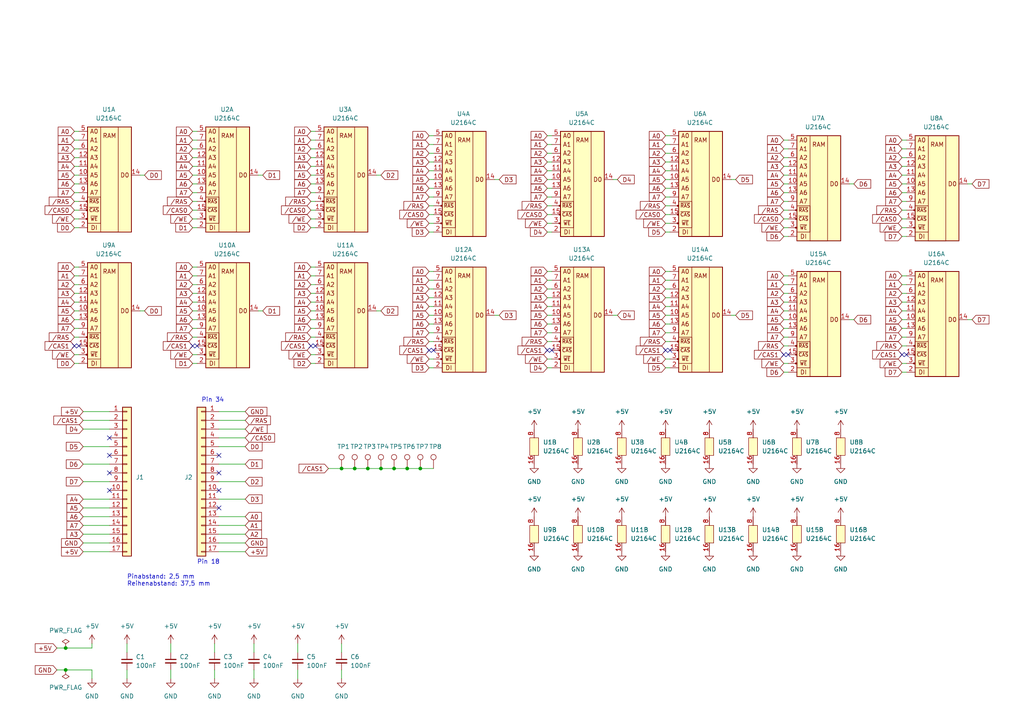
<source format=kicad_sch>
(kicad_sch (version 20230121) (generator eeschema)
  (paper "A4")
  (title_block (title "16M2164 Ersatzplatine, 16*U2164") (date "6.2.2024") (rev "1") (company "KC-Club") (comment 1 "boert"))
  (junction (at 114.3 135.89))
  (junction (at 102.87 135.89))
  (junction (at 110.49 135.89))
  (junction (at 106.68 135.89))
  (junction (at 19.05 187.96))
  (junction (at 121.92 135.89))
  (junction (at 118.11 135.89))
  (junction (at 99.06 135.89))
  (junction (at 19.05 194.31))
  (no_connect (at 63.5 142.24))
  (no_connect (at 22.86 100.33))
  (no_connect (at 63.5 137.16))
  (no_connect (at 125.73 101.6))
  (no_connect (at 55.88 100.33))
  (no_connect (at 227.33 102.87))
  (no_connect (at 158.75 101.6))
  (no_connect (at 193.04 101.6))
  (no_connect (at 160.02 101.6))
  (no_connect (at 124.46 101.6))
  (no_connect (at 57.15 100.33))
  (no_connect (at 91.44 100.33))
  (no_connect (at 31.75 127))
  (no_connect (at 31.75 137.16))
  (no_connect (at 63.5 132.08))
  (no_connect (at 63.5 147.32))
  (no_connect (at 90.17 100.33))
  (no_connect (at 31.75 142.24))
  (no_connect (at 261.62 102.87))
  (no_connect (at 21.59 100.33))
  (no_connect (at 194.31 101.6))
  (no_connect (at 262.89 102.87))
  (no_connect (at 228.6 102.87))
  (no_connect (at 31.75 132.08))
  (wire (pts (xy 158.75 44.45) (xy 160.02 44.45)))
  (wire (pts (xy 90.17 90.17) (xy 91.44 90.17)))
  (wire (pts (xy 21.59 48.26) (xy 22.86 48.26)))
  (wire (pts (xy 193.04 44.45) (xy 194.31 44.45)))
  (wire (pts (xy 99.06 186.69) (xy 99.06 189.23)))
  (wire (pts (xy 124.46 49.53) (xy 125.73 49.53)))
  (wire (pts (xy 73.66 194.31) (xy 73.66 196.85)))
  (wire (pts (xy 193.04 88.9) (xy 194.31 88.9)))
  (wire (pts (xy 177.8 52.07) (xy 179.07 52.07)))
  (wire (pts (xy 21.59 97.79) (xy 22.86 97.79)))
  (wire (pts (xy 62.23 194.31) (xy 62.23 196.85)))
  (wire (pts (xy 193.04 62.23) (xy 194.31 62.23)))
  (wire (pts (xy 158.75 93.98) (xy 160.02 93.98)))
  (wire (pts (xy 212.09 52.07) (xy 213.36 52.07)))
  (wire (pts (xy 40.64 90.17) (xy 41.91 90.17)))
  (wire (pts (xy 261.62 58.42) (xy 262.89 58.42)))
  (wire (pts (xy 124.46 78.74) (xy 125.73 78.74)))
  (wire (pts (xy 21.59 43.18) (xy 22.86 43.18)))
  (wire (pts (xy 95.25 135.89) (xy 99.06 135.89)))
  (wire (pts (xy 24.13 154.94) (xy 31.75 154.94)))
  (wire (pts (xy 55.88 48.26) (xy 57.15 48.26)))
  (wire (pts (xy 90.17 53.34) (xy 91.44 53.34)))
  (wire (pts (xy 55.88 63.5) (xy 57.15 63.5)))
  (wire (pts (xy 158.75 57.15) (xy 160.02 57.15)))
  (wire (pts (xy 261.62 63.5) (xy 262.89 63.5)))
  (wire (pts (xy 158.75 88.9) (xy 160.02 88.9)))
  (wire (pts (xy 24.13 124.46) (xy 31.75 124.46)))
  (wire (pts (xy 21.59 92.71) (xy 22.86 92.71)))
  (wire (pts (xy 63.5 124.46) (xy 71.12 124.46)))
  (wire (pts (xy 227.33 82.55) (xy 228.6 82.55)))
  (wire (pts (xy 24.13 134.62) (xy 31.75 134.62)))
  (wire (pts (xy 158.75 49.53) (xy 160.02 49.53)))
  (wire (pts (xy 24.13 121.92) (xy 31.75 121.92)))
  (wire (pts (xy 21.59 85.09) (xy 22.86 85.09)))
  (wire (pts (xy 227.33 107.95) (xy 228.6 107.95)))
  (wire (pts (xy 121.92 135.89) (xy 125.73 135.89)))
  (wire (pts (xy 63.5 134.62) (xy 71.12 134.62)))
  (wire (pts (xy 261.62 85.09) (xy 262.89 85.09)))
  (wire (pts (xy 90.17 85.09) (xy 91.44 85.09)))
  (wire (pts (xy 261.62 105.41) (xy 262.89 105.41)))
  (wire (pts (xy 124.46 81.28) (xy 125.73 81.28)))
  (wire (pts (xy 158.75 67.31) (xy 160.02 67.31)))
  (wire (pts (xy 55.88 53.34) (xy 57.15 53.34)))
  (wire (pts (xy 63.5 160.02) (xy 71.12 160.02)))
  (wire (pts (xy 21.59 55.88) (xy 22.86 55.88)))
  (wire (pts (xy 158.75 78.74) (xy 160.02 78.74)))
  (wire (pts (xy 193.04 91.44) (xy 194.31 91.44)))
  (wire (pts (xy 55.88 60.96) (xy 57.15 60.96)))
  (wire (pts (xy 193.04 81.28) (xy 194.31 81.28)))
  (wire (pts (xy 62.23 186.69) (xy 62.23 189.23)))
  (wire (pts (xy 124.46 93.98) (xy 125.73 93.98)))
  (wire (pts (xy 110.49 135.89) (xy 114.3 135.89)))
  (wire (pts (xy 124.46 59.69) (xy 125.73 59.69)))
  (wire (pts (xy 55.88 105.41) (xy 57.15 105.41)))
  (wire (pts (xy 158.75 104.14) (xy 160.02 104.14)))
  (wire (pts (xy 227.33 95.25) (xy 228.6 95.25)))
  (wire (pts (xy 193.04 46.99) (xy 194.31 46.99)))
  (wire (pts (xy 158.75 41.91) (xy 160.02 41.91)))
  (wire (pts (xy 143.51 91.44) (xy 144.78 91.44)))
  (wire (pts (xy 21.59 102.87) (xy 22.86 102.87)))
  (wire (pts (xy 261.62 100.33) (xy 262.89 100.33)))
  (wire (pts (xy 109.22 50.8) (xy 110.49 50.8)))
  (wire (pts (xy 63.5 157.48) (xy 71.12 157.48)))
  (wire (pts (xy 21.59 77.47) (xy 22.86 77.47)))
  (wire (pts (xy 55.88 80.01) (xy 57.15 80.01)))
  (wire (pts (xy 24.13 129.54) (xy 31.75 129.54)))
  (wire (pts (xy 55.88 82.55) (xy 57.15 82.55)))
  (wire (pts (xy 124.46 96.52) (xy 125.73 96.52)))
  (wire (pts (xy 90.17 43.18) (xy 91.44 43.18)))
  (wire (pts (xy 158.75 96.52) (xy 160.02 96.52)))
  (wire (pts (xy 99.06 135.89) (xy 102.87 135.89)))
  (wire (pts (xy 36.83 194.31) (xy 36.83 196.85)))
  (wire (pts (xy 86.36 186.69) (xy 86.36 189.23)))
  (wire (pts (xy 90.17 82.55) (xy 91.44 82.55)))
  (wire (pts (xy 124.46 99.06) (xy 125.73 99.06)))
  (wire (pts (xy 261.62 40.64) (xy 262.89 40.64)))
  (wire (pts (xy 158.75 54.61) (xy 160.02 54.61)))
  (wire (pts (xy 24.13 139.7) (xy 31.75 139.7)))
  (wire (pts (xy 193.04 39.37) (xy 194.31 39.37)))
  (wire (pts (xy 261.62 90.17) (xy 262.89 90.17)))
  (wire (pts (xy 21.59 40.64) (xy 22.86 40.64)))
  (wire (pts (xy 158.75 99.06) (xy 160.02 99.06)))
  (wire (pts (xy 63.5 119.38) (xy 71.12 119.38)))
  (wire (pts (xy 36.83 186.69) (xy 36.83 189.23)))
  (wire (pts (xy 227.33 63.5) (xy 228.6 63.5)))
  (wire (pts (xy 193.04 86.36) (xy 194.31 86.36)))
  (wire (pts (xy 261.62 82.55) (xy 262.89 82.55)))
  (wire (pts (xy 124.46 44.45) (xy 125.73 44.45)))
  (wire (pts (xy 106.68 135.89) (xy 110.49 135.89)))
  (wire (pts (xy 90.17 66.04) (xy 91.44 66.04)))
  (wire (pts (xy 109.22 90.17) (xy 110.49 90.17)))
  (wire (pts (xy 90.17 77.47) (xy 91.44 77.47)))
  (wire (pts (xy 193.04 54.61) (xy 194.31 54.61)))
  (wire (pts (xy 193.04 41.91) (xy 194.31 41.91)))
  (wire (pts (xy 227.33 60.96) (xy 228.6 60.96)))
  (wire (pts (xy 124.46 62.23) (xy 125.73 62.23)))
  (wire (pts (xy 177.8 91.44) (xy 179.07 91.44)))
  (wire (pts (xy 55.88 85.09) (xy 57.15 85.09)))
  (wire (pts (xy 227.33 90.17) (xy 228.6 90.17)))
  (wire (pts (xy 49.53 186.69) (xy 49.53 189.23)))
  (wire (pts (xy 90.17 38.1) (xy 91.44 38.1)))
  (wire (pts (xy 24.13 144.78) (xy 31.75 144.78)))
  (wire (pts (xy 227.33 68.58) (xy 228.6 68.58)))
  (wire (pts (xy 280.67 92.71) (xy 281.94 92.71)))
  (wire (pts (xy 19.05 187.96) (xy 26.67 187.96)))
  (wire (pts (xy 63.5 149.86) (xy 71.12 149.86)))
  (wire (pts (xy 261.62 45.72) (xy 262.89 45.72)))
  (wire (pts (xy 227.33 50.8) (xy 228.6 50.8)))
  (wire (pts (xy 63.5 129.54) (xy 71.12 129.54)))
  (wire (pts (xy 158.75 91.44) (xy 160.02 91.44)))
  (wire (pts (xy 193.04 83.82) (xy 194.31 83.82)))
  (wire (pts (xy 124.46 57.15) (xy 125.73 57.15)))
  (wire (pts (xy 24.13 157.48) (xy 31.75 157.48)))
  (wire (pts (xy 124.46 91.44) (xy 125.73 91.44)))
  (wire (pts (xy 193.04 57.15) (xy 194.31 57.15)))
  (wire (pts (xy 21.59 45.72) (xy 22.86 45.72)))
  (wire (pts (xy 63.5 152.4) (xy 71.12 152.4)))
  (wire (pts (xy 55.88 90.17) (xy 57.15 90.17)))
  (wire (pts (xy 227.33 48.26) (xy 228.6 48.26)))
  (wire (pts (xy 227.33 80.01) (xy 228.6 80.01)))
  (wire (pts (xy 227.33 87.63) (xy 228.6 87.63)))
  (wire (pts (xy 193.04 78.74) (xy 194.31 78.74)))
  (wire (pts (xy 26.67 194.31) (xy 26.67 196.85)))
  (wire (pts (xy 124.46 64.77) (xy 125.73 64.77)))
  (wire (pts (xy 16.51 187.96) (xy 19.05 187.96)))
  (wire (pts (xy 227.33 66.04) (xy 228.6 66.04)))
  (wire (pts (xy 63.5 139.7) (xy 71.12 139.7)))
  (wire (pts (xy 90.17 45.72) (xy 91.44 45.72)))
  (wire (pts (xy 74.93 90.17) (xy 76.2 90.17)))
  (wire (pts (xy 193.04 96.52) (xy 194.31 96.52)))
  (wire (pts (xy 99.06 194.31) (xy 99.06 196.85)))
  (wire (pts (xy 90.17 95.25) (xy 91.44 95.25)))
  (wire (pts (xy 90.17 87.63) (xy 91.44 87.63)))
  (wire (pts (xy 227.33 97.79) (xy 228.6 97.79)))
  (wire (pts (xy 55.88 77.47) (xy 57.15 77.47)))
  (wire (pts (xy 227.33 105.41) (xy 228.6 105.41)))
  (wire (pts (xy 227.33 43.18) (xy 228.6 43.18)))
  (wire (pts (xy 63.5 144.78) (xy 71.12 144.78)))
  (wire (pts (xy 124.46 41.91) (xy 125.73 41.91)))
  (wire (pts (xy 158.75 52.07) (xy 160.02 52.07)))
  (wire (pts (xy 124.46 104.14) (xy 125.73 104.14)))
  (wire (pts (xy 102.87 135.89) (xy 106.68 135.89)))
  (wire (pts (xy 193.04 106.68) (xy 194.31 106.68)))
  (wire (pts (xy 158.75 39.37) (xy 160.02 39.37)))
  (wire (pts (xy 227.33 85.09) (xy 228.6 85.09)))
  (wire (pts (xy 24.13 119.38) (xy 31.75 119.38)))
  (wire (pts (xy 158.75 106.68) (xy 160.02 106.68)))
  (wire (pts (xy 193.04 99.06) (xy 194.31 99.06)))
  (wire (pts (xy 246.38 92.71) (xy 247.65 92.71)))
  (wire (pts (xy 193.04 104.14) (xy 194.31 104.14)))
  (wire (pts (xy 158.75 86.36) (xy 160.02 86.36)))
  (wire (pts (xy 193.04 67.31) (xy 194.31 67.31)))
  (wire (pts (xy 63.5 127) (xy 71.12 127)))
  (wire (pts (xy 90.17 63.5) (xy 91.44 63.5)))
  (wire (pts (xy 261.62 53.34) (xy 262.89 53.34)))
  (wire (pts (xy 55.88 102.87) (xy 57.15 102.87)))
  (wire (pts (xy 19.05 194.31) (xy 26.67 194.31)))
  (wire (pts (xy 158.75 62.23) (xy 160.02 62.23)))
  (wire (pts (xy 261.62 68.58) (xy 262.89 68.58)))
  (wire (pts (xy 24.13 152.4) (xy 31.75 152.4)))
  (wire (pts (xy 55.88 50.8) (xy 57.15 50.8)))
  (wire (pts (xy 261.62 55.88) (xy 262.89 55.88)))
  (wire (pts (xy 21.59 58.42) (xy 22.86 58.42)))
  (wire (pts (xy 261.62 97.79) (xy 262.89 97.79)))
  (wire (pts (xy 227.33 45.72) (xy 228.6 45.72)))
  (wire (pts (xy 261.62 92.71) (xy 262.89 92.71)))
  (wire (pts (xy 227.33 58.42) (xy 228.6 58.42)))
  (wire (pts (xy 24.13 160.02) (xy 31.75 160.02)))
  (wire (pts (xy 193.04 64.77) (xy 194.31 64.77)))
  (wire (pts (xy 90.17 92.71) (xy 91.44 92.71)))
  (wire (pts (xy 227.33 40.64) (xy 228.6 40.64)))
  (wire (pts (xy 158.75 64.77) (xy 160.02 64.77)))
  (wire (pts (xy 261.62 95.25) (xy 262.89 95.25)))
  (wire (pts (xy 55.88 55.88) (xy 57.15 55.88)))
  (wire (pts (xy 73.66 186.69) (xy 73.66 189.23)))
  (wire (pts (xy 227.33 53.34) (xy 228.6 53.34)))
  (wire (pts (xy 21.59 95.25) (xy 22.86 95.25)))
  (wire (pts (xy 90.17 40.64) (xy 91.44 40.64)))
  (wire (pts (xy 280.67 53.34) (xy 281.94 53.34)))
  (wire (pts (xy 193.04 49.53) (xy 194.31 49.53)))
  (wire (pts (xy 21.59 38.1) (xy 22.86 38.1)))
  (wire (pts (xy 261.62 66.04) (xy 262.89 66.04)))
  (wire (pts (xy 227.33 100.33) (xy 228.6 100.33)))
  (wire (pts (xy 90.17 97.79) (xy 91.44 97.79)))
  (wire (pts (xy 124.46 83.82) (xy 125.73 83.82)))
  (wire (pts (xy 158.75 81.28) (xy 160.02 81.28)))
  (wire (pts (xy 193.04 93.98) (xy 194.31 93.98)))
  (wire (pts (xy 158.75 46.99) (xy 160.02 46.99)))
  (wire (pts (xy 193.04 52.07) (xy 194.31 52.07)))
  (wire (pts (xy 90.17 55.88) (xy 91.44 55.88)))
  (wire (pts (xy 227.33 55.88) (xy 228.6 55.88)))
  (wire (pts (xy 261.62 87.63) (xy 262.89 87.63)))
  (wire (pts (xy 124.46 54.61) (xy 125.73 54.61)))
  (wire (pts (xy 212.09 91.44) (xy 213.36 91.44)))
  (wire (pts (xy 21.59 63.5) (xy 22.86 63.5)))
  (wire (pts (xy 55.88 45.72) (xy 57.15 45.72)))
  (wire (pts (xy 55.88 95.25) (xy 57.15 95.25)))
  (wire (pts (xy 158.75 59.69) (xy 160.02 59.69)))
  (wire (pts (xy 24.13 149.86) (xy 31.75 149.86)))
  (wire (pts (xy 55.88 97.79) (xy 57.15 97.79)))
  (wire (pts (xy 21.59 87.63) (xy 22.86 87.63)))
  (wire (pts (xy 21.59 80.01) (xy 22.86 80.01)))
  (wire (pts (xy 124.46 39.37) (xy 125.73 39.37)))
  (wire (pts (xy 261.62 48.26) (xy 262.89 48.26)))
  (wire (pts (xy 40.64 50.8) (xy 41.91 50.8)))
  (wire (pts (xy 74.93 50.8) (xy 76.2 50.8)))
  (wire (pts (xy 63.5 121.92) (xy 71.12 121.92)))
  (wire (pts (xy 90.17 105.41) (xy 91.44 105.41)))
  (wire (pts (xy 26.67 187.96) (xy 26.67 186.69)))
  (wire (pts (xy 55.88 66.04) (xy 57.15 66.04)))
  (wire (pts (xy 124.46 46.99) (xy 125.73 46.99)))
  (wire (pts (xy 261.62 43.18) (xy 262.89 43.18)))
  (wire (pts (xy 261.62 80.01) (xy 262.89 80.01)))
  (wire (pts (xy 55.88 92.71) (xy 57.15 92.71)))
  (wire (pts (xy 90.17 102.87) (xy 91.44 102.87)))
  (wire (pts (xy 261.62 60.96) (xy 262.89 60.96)))
  (wire (pts (xy 90.17 48.26) (xy 91.44 48.26)))
  (wire (pts (xy 261.62 107.95) (xy 262.89 107.95)))
  (wire (pts (xy 55.88 38.1) (xy 57.15 38.1)))
  (wire (pts (xy 261.62 50.8) (xy 262.89 50.8)))
  (wire (pts (xy 124.46 52.07) (xy 125.73 52.07)))
  (wire (pts (xy 86.36 194.31) (xy 86.36 196.85)))
  (wire (pts (xy 49.53 194.31) (xy 49.53 196.85)))
  (wire (pts (xy 24.13 147.32) (xy 31.75 147.32)))
  (wire (pts (xy 124.46 106.68) (xy 125.73 106.68)))
  (wire (pts (xy 114.3 135.89) (xy 118.11 135.89)))
  (wire (pts (xy 21.59 50.8) (xy 22.86 50.8)))
  (wire (pts (xy 143.51 52.07) (xy 144.78 52.07)))
  (wire (pts (xy 90.17 50.8) (xy 91.44 50.8)))
  (wire (pts (xy 124.46 67.31) (xy 125.73 67.31)))
  (wire (pts (xy 55.88 58.42) (xy 57.15 58.42)))
  (wire (pts (xy 90.17 58.42) (xy 91.44 58.42)))
  (wire (pts (xy 21.59 53.34) (xy 22.86 53.34)))
  (wire (pts (xy 21.59 105.41) (xy 22.86 105.41)))
  (wire (pts (xy 16.51 194.31) (xy 19.05 194.31)))
  (wire (pts (xy 90.17 60.96) (xy 91.44 60.96)))
  (wire (pts (xy 193.04 59.69) (xy 194.31 59.69)))
  (wire (pts (xy 21.59 90.17) (xy 22.86 90.17)))
  (wire (pts (xy 124.46 86.36) (xy 125.73 86.36)))
  (wire (pts (xy 63.5 154.94) (xy 71.12 154.94)))
  (wire (pts (xy 90.17 80.01) (xy 91.44 80.01)))
  (wire (pts (xy 227.33 92.71) (xy 228.6 92.71)))
  (wire (pts (xy 124.46 88.9) (xy 125.73 88.9)))
  (wire (pts (xy 246.38 53.34) (xy 247.65 53.34)))
  (wire (pts (xy 55.88 87.63) (xy 57.15 87.63)))
  (wire (pts (xy 21.59 82.55) (xy 22.86 82.55)))
  (wire (pts (xy 21.59 60.96) (xy 22.86 60.96)))
  (wire (pts (xy 21.59 66.04) (xy 22.86 66.04)))
  (wire (pts (xy 55.88 43.18) (xy 57.15 43.18)))
  (wire (pts (xy 118.11 135.89) (xy 121.92 135.89)))
  (wire (pts (xy 158.75 83.82) (xy 160.02 83.82)))
  (wire (pts (xy 55.88 40.64) (xy 57.15 40.64)))
  (text "Pin 34" (at 58.42 116.84 0) (effects (font (size 1.27 1.27)) (justify left bottom)))
  (text "Pin 18" (at 57.15 163.83 0) (effects (font (size 1.27 1.27)) (justify left bottom)))
  (text "Pinabstand: 2,5 mm\nReihenabstand: 37,5 mm" (at 36.83 170.18 0) (effects (font (size 1.27 1.27)) (justify left bottom)))
  (global_label "A7" (shape input) (at 90.17 55.88 180) (property "Intersheetrefs" "${INTERSHEET_REFS}" (effects hide)))
  (global_label "A2" (shape input) (at 261.62 85.09 180) (property "Intersheetrefs" "${INTERSHEET_REFS}" (effects hide)))
  (global_label "A3" (shape input) (at 227.33 48.26 180) (property "Intersheetrefs" "${INTERSHEET_REFS}" (effects hide)))
  (global_label "A3" (shape input) (at 55.88 45.72 180) (property "Intersheetrefs" "${INTERSHEET_REFS}" (effects hide)))
  (global_label "A4" (shape input) (at 90.17 48.26 180) (property "Intersheetrefs" "${INTERSHEET_REFS}" (effects hide)))
  (global_label "{slash}CAS0" (shape input) (at 193.04 62.23 180) (property "Intersheetrefs" "${INTERSHEET_REFS}" (effects hide)))
  (global_label "A1" (shape input) (at 158.75 81.28 180) (property "Intersheetrefs" "${INTERSHEET_REFS}" (effects hide)))
  (global_label "D1" (shape input) (at 55.88 66.04 180) (property "Intersheetrefs" "${INTERSHEET_REFS}" (effects hide)))
  (global_label "A4" (shape input) (at 90.17 87.63 180) (property "Intersheetrefs" "${INTERSHEET_REFS}" (effects hide)))
  (global_label "A2" (shape input) (at 21.59 82.55 180) (property "Intersheetrefs" "${INTERSHEET_REFS}" (effects hide)))
  (global_label "A3" (shape input) (at 193.04 46.99 180) (property "Intersheetrefs" "${INTERSHEET_REFS}" (effects hide)))
  (global_label "A1" (shape input) (at 21.59 80.01 180) (property "Intersheetrefs" "${INTERSHEET_REFS}" (effects hide)))
  (global_label "A7" (shape input) (at 261.62 58.42 180) (property "Intersheetrefs" "${INTERSHEET_REFS}" (effects hide)))
  (global_label "{slash}WE" (shape input) (at 21.59 63.5 180) (property "Intersheetrefs" "${INTERSHEET_REFS}" (effects hide)))
  (global_label "A5" (shape input) (at 193.04 52.07 180) (property "Intersheetrefs" "${INTERSHEET_REFS}" (effects hide)))
  (global_label "A1" (shape input) (at 193.04 81.28 180) (property "Intersheetrefs" "${INTERSHEET_REFS}" (effects hide)))
  (global_label "A5" (shape input) (at 90.17 90.17 180) (property "Intersheetrefs" "${INTERSHEET_REFS}" (effects hide)))
  (global_label "{slash}CAS0" (shape input) (at 158.75 62.23 180) (property "Intersheetrefs" "${INTERSHEET_REFS}" (effects hide)))
  (global_label "A1" (shape input) (at 261.62 82.55 180) (property "Intersheetrefs" "${INTERSHEET_REFS}" (effects hide)))
  (global_label "A3" (shape input) (at 158.75 46.99 180) (property "Intersheetrefs" "${INTERSHEET_REFS}" (effects hide)))
  (global_label "{slash}WE" (shape input) (at 227.33 105.41 180) (property "Intersheetrefs" "${INTERSHEET_REFS}" (effects hide)))
  (global_label "{slash}RAS" (shape input) (at 261.62 60.96 180) (property "Intersheetrefs" "${INTERSHEET_REFS}" (effects hide)))
  (global_label "A2" (shape input) (at 158.75 44.45 180) (property "Intersheetrefs" "${INTERSHEET_REFS}" (effects hide)))
  (global_label "D3" (shape input) (at 71.12 144.78 0) (property "Intersheetrefs" "${INTERSHEET_REFS}" (effects hide)))
  (global_label "A1" (shape input) (at 55.88 80.01 180) (property "Intersheetrefs" "${INTERSHEET_REFS}" (effects hide)))
  (global_label "A4" (shape input) (at 124.46 49.53 180) (property "Intersheetrefs" "${INTERSHEET_REFS}" (effects hide)))
  (global_label "A3" (shape input) (at 124.46 46.99 180) (property "Intersheetrefs" "${INTERSHEET_REFS}" (effects hide)))
  (global_label "+5V" (shape input) (at 24.13 119.38 180) (property "Intersheetrefs" "${INTERSHEET_REFS}" (effects hide)))
  (global_label "{slash}WE" (shape input) (at 55.88 63.5 180) (property "Intersheetrefs" "${INTERSHEET_REFS}" (effects hide)))
  (global_label "A2" (shape input) (at 124.46 44.45 180) (property "Intersheetrefs" "${INTERSHEET_REFS}" (effects hide)))
  (global_label "{slash}RAS" (shape input) (at 193.04 59.69 180) (property "Intersheetrefs" "${INTERSHEET_REFS}" (effects hide)))
  (global_label "A5" (shape input) (at 55.88 50.8 180) (property "Intersheetrefs" "${INTERSHEET_REFS}" (effects hide)))
  (global_label "A3" (shape input) (at 90.17 85.09 180) (property "Intersheetrefs" "${INTERSHEET_REFS}" (effects hide)))
  (global_label "{slash}RAS" (shape input) (at 124.46 59.69 180) (property "Intersheetrefs" "${INTERSHEET_REFS}" (effects hide)))
  (global_label "{slash}CAS1" (shape input) (at 158.75 101.6 180) (property "Intersheetrefs" "${INTERSHEET_REFS}" (effects hide)))
  (global_label "D4" (shape input) (at 24.13 124.46 180) (property "Intersheetrefs" "${INTERSHEET_REFS}" (effects hide)))
  (global_label "A7" (shape input) (at 55.88 55.88 180) (property "Intersheetrefs" "${INTERSHEET_REFS}" (effects hide)))
  (global_label "{slash}WE" (shape input) (at 193.04 104.14 180) (property "Intersheetrefs" "${INTERSHEET_REFS}" (effects hide)))
  (global_label "{slash}WE" (shape input) (at 124.46 104.14 180) (property "Intersheetrefs" "${INTERSHEET_REFS}" (effects hide)))
  (global_label "D4" (shape input) (at 158.75 67.31 180) (property "Intersheetrefs" "${INTERSHEET_REFS}" (effects hide)))
  (global_label "{slash}WE" (shape input) (at 21.59 102.87 180) (property "Intersheetrefs" "${INTERSHEET_REFS}" (effects hide)))
  (global_label "{slash}WE" (shape input) (at 261.62 105.41 180) (property "Intersheetrefs" "${INTERSHEET_REFS}" (effects hide)))
  (global_label "A6" (shape input) (at 227.33 55.88 180) (property "Intersheetrefs" "${INTERSHEET_REFS}" (effects hide)))
  (global_label "A3" (shape input) (at 193.04 86.36 180) (property "Intersheetrefs" "${INTERSHEET_REFS}" (effects hide)))
  (global_label "A2" (shape input) (at 21.59 43.18 180) (property "Intersheetrefs" "${INTERSHEET_REFS}" (effects hide)))
  (global_label "A2" (shape input) (at 71.12 154.94 0) (property "Intersheetrefs" "${INTERSHEET_REFS}" (effects hide)))
  (global_label "A0" (shape input) (at 158.75 78.74 180) (property "Intersheetrefs" "${INTERSHEET_REFS}" (effects hide)))
  (global_label "A3" (shape input) (at 227.33 87.63 180) (property "Intersheetrefs" "${INTERSHEET_REFS}" (effects hide)))
  (global_label "{slash}RAS" (shape input) (at 193.04 99.06 180) (property "Intersheetrefs" "${INTERSHEET_REFS}" (effects hide)))
  (global_label "A3" (shape input) (at 21.59 85.09 180) (property "Intersheetrefs" "${INTERSHEET_REFS}" (effects hide)))
  (global_label "D2" (shape input) (at 90.17 66.04 180) (property "Intersheetrefs" "${INTERSHEET_REFS}" (effects hide)))
  (global_label "{slash}RAS" (shape input) (at 261.62 100.33 180) (property "Intersheetrefs" "${INTERSHEET_REFS}" (effects hide)))
  (global_label "{slash}CAS1" (shape input) (at 227.33 102.87 180) (property "Intersheetrefs" "${INTERSHEET_REFS}" (effects hide)))
  (global_label "GND" (shape input) (at 24.13 157.48 180) (property "Intersheetrefs" "${INTERSHEET_REFS}" (effects hide)))
  (global_label "{slash}RAS" (shape input) (at 71.12 121.92 0) (property "Intersheetrefs" "${INTERSHEET_REFS}" (effects hide)))
  (global_label "A0" (shape input) (at 158.75 39.37 180) (property "Intersheetrefs" "${INTERSHEET_REFS}" (effects hide)))
  (global_label "A5" (shape input) (at 24.13 147.32 180) (property "Intersheetrefs" "${INTERSHEET_REFS}" (effects hide)))
  (global_label "+5V" (shape input) (at 71.12 160.02 0) (property "Intersheetrefs" "${INTERSHEET_REFS}" (effects hide)))
  (global_label "A6" (shape input) (at 90.17 53.34 180) (property "Intersheetrefs" "${INTERSHEET_REFS}" (effects hide)))
  (global_label "A0" (shape input) (at 261.62 40.64 180) (property "Intersheetrefs" "${INTERSHEET_REFS}" (effects hide)))
  (global_label "{slash}RAS" (shape input) (at 158.75 59.69 180) (property "Intersheetrefs" "${INTERSHEET_REFS}" (effects hide)))
  (global_label "A1" (shape input) (at 158.75 41.91 180) (property "Intersheetrefs" "${INTERSHEET_REFS}" (effects hide)))
  (global_label "A5" (shape input) (at 227.33 53.34 180) (property "Intersheetrefs" "${INTERSHEET_REFS}" (effects hide)))
  (global_label "A0" (shape input) (at 21.59 77.47 180) (property "Intersheetrefs" "${INTERSHEET_REFS}" (effects hide)))
  (global_label "A4" (shape input) (at 227.33 90.17 180) (property "Intersheetrefs" "${INTERSHEET_REFS}" (effects hide)))
  (global_label "A7" (shape input) (at 158.75 57.15 180) (property "Intersheetrefs" "${INTERSHEET_REFS}" (effects hide)))
  (global_label "{slash}CAS1" (shape input) (at 95.25 135.89 180) (property "Intersheetrefs" "${INTERSHEET_REFS}" (effects hide)))
  (global_label "D6" (shape input) (at 227.33 107.95 180) (property "Intersheetrefs" "${INTERSHEET_REFS}" (effects hide)))
  (global_label "D7" (shape input) (at 281.94 92.71 0) (property "Intersheetrefs" "${INTERSHEET_REFS}" (effects hide)))
  (global_label "A7" (shape input) (at 24.13 152.4 180) (property "Intersheetrefs" "${INTERSHEET_REFS}" (effects hide)))
  (global_label "A6" (shape input) (at 261.62 55.88 180) (property "Intersheetrefs" "${INTERSHEET_REFS}" (effects hide)))
  (global_label "GND" (shape input) (at 71.12 157.48 0) (property "Intersheetrefs" "${INTERSHEET_REFS}" (effects hide)))
  (global_label "A4" (shape input) (at 55.88 87.63 180) (property "Intersheetrefs" "${INTERSHEET_REFS}" (effects hide)))
  (global_label "D7" (shape input) (at 24.13 139.7 180) (property "Intersheetrefs" "${INTERSHEET_REFS}" (effects hide)))
  (global_label "{slash}CAS0" (shape input) (at 55.88 60.96 180) (property "Intersheetrefs" "${INTERSHEET_REFS}" (effects hide)))
  (global_label "D3" (shape input) (at 124.46 106.68 180) (property "Intersheetrefs" "${INTERSHEET_REFS}" (effects hide)))
  (global_label "A7" (shape input) (at 124.46 57.15 180) (property "Intersheetrefs" "${INTERSHEET_REFS}" (effects hide)))
  (global_label "A3" (shape input) (at 21.59 45.72 180) (property "Intersheetrefs" "${INTERSHEET_REFS}" (effects hide)))
  (global_label "A5" (shape input) (at 158.75 52.07 180) (property "Intersheetrefs" "${INTERSHEET_REFS}" (effects hide)))
  (global_label "A4" (shape input) (at 261.62 50.8 180) (property "Intersheetrefs" "${INTERSHEET_REFS}" (effects hide)))
  (global_label "A3" (shape input) (at 24.13 154.94 180) (property "Intersheetrefs" "${INTERSHEET_REFS}" (effects hide)))
  (global_label "A3" (shape input) (at 55.88 85.09 180) (property "Intersheetrefs" "${INTERSHEET_REFS}" (effects hide)))
  (global_label "A7" (shape input) (at 227.33 97.79 180) (property "Intersheetrefs" "${INTERSHEET_REFS}" (effects hide)))
  (global_label "A5" (shape input) (at 124.46 52.07 180) (property "Intersheetrefs" "${INTERSHEET_REFS}" (effects hide)))
  (global_label "A5" (shape input) (at 124.46 91.44 180) (property "Intersheetrefs" "${INTERSHEET_REFS}" (effects hide)))
  (global_label "A2" (shape input) (at 90.17 82.55 180) (property "Intersheetrefs" "${INTERSHEET_REFS}" (effects hide)))
  (global_label "A7" (shape input) (at 21.59 55.88 180) (property "Intersheetrefs" "${INTERSHEET_REFS}" (effects hide)))
  (global_label "D7" (shape input) (at 261.62 68.58 180) (property "Intersheetrefs" "${INTERSHEET_REFS}" (effects hide)))
  (global_label "A2" (shape input) (at 227.33 45.72 180) (property "Intersheetrefs" "${INTERSHEET_REFS}" (effects hide)))
  (global_label "A5" (shape input) (at 193.04 91.44 180) (property "Intersheetrefs" "${INTERSHEET_REFS}" (effects hide)))
  (global_label "A2" (shape input) (at 193.04 44.45 180) (property "Intersheetrefs" "${INTERSHEET_REFS}" (effects hide)))
  (global_label "{slash}RAS" (shape input) (at 21.59 97.79 180) (property "Intersheetrefs" "${INTERSHEET_REFS}" (effects hide)))
  (global_label "A7" (shape input) (at 227.33 58.42 180) (property "Intersheetrefs" "${INTERSHEET_REFS}" (effects hide)))
  (global_label "{slash}RAS" (shape input) (at 124.46 99.06 180) (property "Intersheetrefs" "${INTERSHEET_REFS}" (effects hide)))
  (global_label "A1" (shape input) (at 55.88 40.64 180) (property "Intersheetrefs" "${INTERSHEET_REFS}" (effects hide)))
  (global_label "{slash}WE" (shape input) (at 227.33 66.04 180) (property "Intersheetrefs" "${INTERSHEET_REFS}" (effects hide)))
  (global_label "D4" (shape input) (at 179.07 91.44 0) (property "Intersheetrefs" "${INTERSHEET_REFS}" (effects hide)))
  (global_label "A1" (shape input) (at 90.17 40.64 180) (property "Intersheetrefs" "${INTERSHEET_REFS}" (effects hide)))
  (global_label "A6" (shape input) (at 193.04 93.98 180) (property "Intersheetrefs" "${INTERSHEET_REFS}" (effects hide)))
  (global_label "A2" (shape input) (at 193.04 83.82 180) (property "Intersheetrefs" "${INTERSHEET_REFS}" (effects hide)))
  (global_label "D5" (shape input) (at 193.04 106.68 180) (property "Intersheetrefs" "${INTERSHEET_REFS}" (effects hide)))
  (global_label "{slash}CAS1" (shape input) (at 55.88 100.33 180) (property "Intersheetrefs" "${INTERSHEET_REFS}" (effects hide)))
  (global_label "A3" (shape input) (at 261.62 87.63 180) (property "Intersheetrefs" "${INTERSHEET_REFS}" (effects hide)))
  (global_label "A4" (shape input) (at 158.75 88.9 180) (property "Intersheetrefs" "${INTERSHEET_REFS}" (effects hide)))
  (global_label "A4" (shape input) (at 55.88 48.26 180) (property "Intersheetrefs" "${INTERSHEET_REFS}" (effects hide)))
  (global_label "A1" (shape input) (at 90.17 80.01 180) (property "Intersheetrefs" "${INTERSHEET_REFS}" (effects hide)))
  (global_label "D5" (shape input) (at 213.36 91.44 0) (property "Intersheetrefs" "${INTERSHEET_REFS}" (effects hide)))
  (global_label "{slash}CAS0" (shape input) (at 21.59 60.96 180) (property "Intersheetrefs" "${INTERSHEET_REFS}" (effects hide)))
  (global_label "A0" (shape input) (at 124.46 39.37 180) (property "Intersheetrefs" "${INTERSHEET_REFS}" (effects hide)))
  (global_label "D6" (shape input) (at 247.65 53.34 0) (property "Intersheetrefs" "${INTERSHEET_REFS}" (effects hide)))
  (global_label "{slash}WE" (shape input) (at 55.88 102.87 180) (property "Intersheetrefs" "${INTERSHEET_REFS}" (effects hide)))
  (global_label "{slash}RAS" (shape input) (at 90.17 97.79 180) (property "Intersheetrefs" "${INTERSHEET_REFS}" (effects hide)))
  (global_label "A7" (shape input) (at 90.17 95.25 180) (property "Intersheetrefs" "${INTERSHEET_REFS}" (effects hide)))
  (global_label "{slash}WE" (shape input) (at 158.75 104.14 180) (property "Intersheetrefs" "${INTERSHEET_REFS}" (effects hide)))
  (global_label "A1" (shape input) (at 227.33 82.55 180) (property "Intersheetrefs" "${INTERSHEET_REFS}" (effects hide)))
  (global_label "{slash}CAS1" (shape input) (at 261.62 102.87 180) (property "Intersheetrefs" "${INTERSHEET_REFS}" (effects hide)))
  (global_label "D2" (shape input) (at 71.12 139.7 0) (property "Intersheetrefs" "${INTERSHEET_REFS}" (effects hide)))
  (global_label "{slash}WE" (shape input) (at 193.04 64.77 180) (property "Intersheetrefs" "${INTERSHEET_REFS}" (effects hide)))
  (global_label "D5" (shape input) (at 193.04 67.31 180) (property "Intersheetrefs" "${INTERSHEET_REFS}" (effects hide)))
  (global_label "A1" (shape input) (at 71.12 152.4 0) (property "Intersheetrefs" "${INTERSHEET_REFS}" (effects hide)))
  (global_label "A1" (shape input) (at 193.04 41.91 180) (property "Intersheetrefs" "${INTERSHEET_REFS}" (effects hide)))
  (global_label "D4" (shape input) (at 158.75 106.68 180) (property "Intersheetrefs" "${INTERSHEET_REFS}" (effects hide)))
  (global_label "GND" (shape input) (at 71.12 119.38 0) (property "Intersheetrefs" "${INTERSHEET_REFS}" (effects hide)))
  (global_label "D2" (shape input) (at 110.49 50.8 0) (property "Intersheetrefs" "${INTERSHEET_REFS}" (effects hide)))
  (global_label "{slash}CAS1" (shape input) (at 90.17 100.33 180) (property "Intersheetrefs" "${INTERSHEET_REFS}" (effects hide)))
  (global_label "D4" (shape input) (at 179.07 52.07 0) (property "Intersheetrefs" "${INTERSHEET_REFS}" (effects hide)))
  (global_label "D0" (shape input) (at 41.91 50.8 0) (property "Intersheetrefs" "${INTERSHEET_REFS}" (effects hide)))
  (global_label "D5" (shape input) (at 213.36 52.07 0) (property "Intersheetrefs" "${INTERSHEET_REFS}" (effects hide)))
  (global_label "{slash}CAS0" (shape input) (at 261.62 63.5 180) (property "Intersheetrefs" "${INTERSHEET_REFS}" (effects hide)))
  (global_label "{slash}WE" (shape input) (at 261.62 66.04 180) (property "Intersheetrefs" "${INTERSHEET_REFS}" (effects hide)))
  (global_label "{slash}CAS0" (shape input) (at 227.33 63.5 180) (property "Intersheetrefs" "${INTERSHEET_REFS}" (effects hide)))
  (global_label "A6" (shape input) (at 124.46 93.98 180) (property "Intersheetrefs" "${INTERSHEET_REFS}" (effects hide)))
  (global_label "A5" (shape input) (at 21.59 50.8 180) (property "Intersheetrefs" "${INTERSHEET_REFS}" (effects hide)))
  (global_label "A5" (shape input) (at 90.17 50.8 180) (property "Intersheetrefs" "${INTERSHEET_REFS}" (effects hide)))
  (global_label "D3" (shape input) (at 144.78 52.07 0) (property "Intersheetrefs" "${INTERSHEET_REFS}" (effects hide)))
  (global_label "A6" (shape input) (at 124.46 54.61 180) (property "Intersheetrefs" "${INTERSHEET_REFS}" (effects hide)))
  (global_label "A0" (shape input) (at 71.12 149.86 0) (property "Intersheetrefs" "${INTERSHEET_REFS}" (effects hide)))
  (global_label "A1" (shape input) (at 124.46 41.91 180) (property "Intersheetrefs" "${INTERSHEET_REFS}" (effects hide)))
  (global_label "A7" (shape input) (at 193.04 96.52 180) (property "Intersheetrefs" "${INTERSHEET_REFS}" (effects hide)))
  (global_label "{slash}CAS0" (shape input) (at 90.17 60.96 180) (property "Intersheetrefs" "${INTERSHEET_REFS}" (effects hide)))
  (global_label "D0" (shape input) (at 21.59 66.04 180) (property "Intersheetrefs" "${INTERSHEET_REFS}" (effects hide)))
  (global_label "A2" (shape input) (at 158.75 83.82 180) (property "Intersheetrefs" "${INTERSHEET_REFS}" (effects hide)))
  (global_label "A7" (shape input) (at 193.04 57.15 180) (property "Intersheetrefs" "${INTERSHEET_REFS}" (effects hide)))
  (global_label "A6" (shape input) (at 158.75 54.61 180) (property "Intersheetrefs" "${INTERSHEET_REFS}" (effects hide)))
  (global_label "A2" (shape input) (at 227.33 85.09 180) (property "Intersheetrefs" "${INTERSHEET_REFS}" (effects hide)))
  (global_label "{slash}WE" (shape input) (at 124.46 64.77 180) (property "Intersheetrefs" "${INTERSHEET_REFS}" (effects hide)))
  (global_label "A1" (shape input) (at 124.46 81.28 180) (property "Intersheetrefs" "${INTERSHEET_REFS}" (effects hide)))
  (global_label "+5V" (shape input) (at 16.51 187.96 180) (property "Intersheetrefs" "${INTERSHEET_REFS}" (effects hide)))
  (global_label "{slash}WE" (shape input) (at 71.12 124.46 0) (property "Intersheetrefs" "${INTERSHEET_REFS}" (effects hide)))
  (global_label "D5" (shape input) (at 24.13 129.54 180) (property "Intersheetrefs" "${INTERSHEET_REFS}" (effects hide)))
  (global_label "A0" (shape input) (at 21.59 38.1 180) (property "Intersheetrefs" "${INTERSHEET_REFS}" (effects hide)))
  (global_label "A5" (shape input) (at 55.88 90.17 180) (property "Intersheetrefs" "${INTERSHEET_REFS}" (effects hide)))
  (global_label "A4" (shape input) (at 24.13 144.78 180) (property "Intersheetrefs" "${INTERSHEET_REFS}" (effects hide)))
  (global_label "A0" (shape input) (at 261.62 80.01 180) (property "Intersheetrefs" "${INTERSHEET_REFS}" (effects hide)))
  (global_label "A4" (shape input) (at 261.62 90.17 180) (property "Intersheetrefs" "${INTERSHEET_REFS}" (effects hide)))
  (global_label "A5" (shape input) (at 261.62 53.34 180) (property "Intersheetrefs" "${INTERSHEET_REFS}" (effects hide)))
  (global_label "D3" (shape input) (at 144.78 91.44 0) (property "Intersheetrefs" "${INTERSHEET_REFS}" (effects hide)))
  (global_label "A3" (shape input) (at 158.75 86.36 180) (property "Intersheetrefs" "${INTERSHEET_REFS}" (effects hide)))
  (global_label "A7" (shape input) (at 55.88 95.25 180) (property "Intersheetrefs" "${INTERSHEET_REFS}" (effects hide)))
  (global_label "A4" (shape input) (at 21.59 48.26 180) (property "Intersheetrefs" "${INTERSHEET_REFS}" (effects hide)))
  (global_label "{slash}CAS0" (shape input) (at 124.46 62.23 180) (property "Intersheetrefs" "${INTERSHEET_REFS}" (effects hide)))
  (global_label "A6" (shape input) (at 90.17 92.71 180) (property "Intersheetrefs" "${INTERSHEET_REFS}" (effects hide)))
  (global_label "A4" (shape input) (at 227.33 50.8 180) (property "Intersheetrefs" "${INTERSHEET_REFS}" (effects hide)))
  (global_label "A6" (shape input) (at 158.75 93.98 180) (property "Intersheetrefs" "${INTERSHEET_REFS}" (effects hide)))
  (global_label "A4" (shape input) (at 193.04 88.9 180) (property "Intersheetrefs" "${INTERSHEET_REFS}" (effects hide)))
  (global_label "A6" (shape input) (at 21.59 92.71 180) (property "Intersheetrefs" "${INTERSHEET_REFS}" (effects hide)))
  (global_label "{slash}RAS" (shape input) (at 55.88 58.42 180) (property "Intersheetrefs" "${INTERSHEET_REFS}" (effects hide)))
  (global_label "D1" (shape input) (at 76.2 90.17 0) (property "Intersheetrefs" "${INTERSHEET_REFS}" (effects hide)))
  (global_label "A3" (shape input) (at 90.17 45.72 180) (property "Intersheetrefs" "${INTERSHEET_REFS}" (effects hide)))
  (global_label "A6" (shape input) (at 55.88 53.34 180) (property "Intersheetrefs" "${INTERSHEET_REFS}" (effects hide)))
  (global_label "D7" (shape input) (at 261.62 107.95 180) (property "Intersheetrefs" "${INTERSHEET_REFS}" (effects hide)))
  (global_label "D1" (shape input) (at 76.2 50.8 0) (property "Intersheetrefs" "${INTERSHEET_REFS}" (effects hide)))
  (global_label "A0" (shape input) (at 227.33 80.01 180) (property "Intersheetrefs" "${INTERSHEET_REFS}" (effects hide)))
  (global_label "GND" (shape input) (at 16.51 194.31 180) (property "Intersheetrefs" "${INTERSHEET_REFS}" (effects hide)))
  (global_label "+5V" (shape input) (at 24.13 160.02 180) (property "Intersheetrefs" "${INTERSHEET_REFS}" (effects hide)))
  (global_label "D2" (shape input) (at 90.17 105.41 180) (property "Intersheetrefs" "${INTERSHEET_REFS}" (effects hide)))
  (global_label "{slash}CAS1" (shape input) (at 24.13 121.92 180) (property "Intersheetrefs" "${INTERSHEET_REFS}" (effects hide)))
  (global_label "A6" (shape input) (at 261.62 95.25 180) (property "Intersheetrefs" "${INTERSHEET_REFS}" (effects hide)))
  (global_label "A6" (shape input) (at 227.33 95.25 180) (property "Intersheetrefs" "${INTERSHEET_REFS}" (effects hide)))
  (global_label "A7" (shape input) (at 124.46 96.52 180) (property "Intersheetrefs" "${INTERSHEET_REFS}" (effects hide)))
  (global_label "A1" (shape input) (at 21.59 40.64 180) (property "Intersheetrefs" "${INTERSHEET_REFS}" (effects hide)))
  (global_label "A1" (shape input) (at 261.62 43.18 180) (property "Intersheetrefs" "${INTERSHEET_REFS}" (effects hide)))
  (global_label "{slash}WE" (shape input) (at 90.17 102.87 180) (property "Intersheetrefs" "${INTERSHEET_REFS}" (effects hide)))
  (global_label "D0" (shape input) (at 41.91 90.17 0) (property "Intersheetrefs" "${INTERSHEET_REFS}" (effects hide)))
  (global_label "A4" (shape input) (at 124.46 88.9 180) (property "Intersheetrefs" "${INTERSHEET_REFS}" (effects hide)))
  (global_label "D6" (shape input) (at 24.13 134.62 180) (property "Intersheetrefs" "${INTERSHEET_REFS}" (effects hide)))
  (global_label "A0" (shape input) (at 124.46 78.74 180) (property "Intersheetrefs" "${INTERSHEET_REFS}" (effects hide)))
  (global_label "D2" (shape input) (at 110.49 90.17 0) (property "Intersheetrefs" "${INTERSHEET_REFS}" (effects hide)))
  (global_label "{slash}RAS" (shape input) (at 21.59 58.42 180) (property "Intersheetrefs" "${INTERSHEET_REFS}" (effects hide)))
  (global_label "A7" (shape input) (at 261.62 97.79 180) (property "Intersheetrefs" "${INTERSHEET_REFS}" (effects hide)))
  (global_label "A5" (shape input) (at 227.33 92.71 180) (property "Intersheetrefs" "${INTERSHEET_REFS}" (effects hide)))
  (global_label "D7" (shape input) (at 281.94 53.34 0) (property "Intersheetrefs" "${INTERSHEET_REFS}" (effects hide)))
  (global_label "D1" (shape input) (at 55.88 105.41 180) (property "Intersheetrefs" "${INTERSHEET_REFS}" (effects hide)))
  (global_label "D6" (shape input) (at 227.33 68.58 180) (property "Intersheetrefs" "${INTERSHEET_REFS}" (effects hide)))
  (global_label "A2" (shape input) (at 261.62 45.72 180) (property "Intersheetrefs" "${INTERSHEET_REFS}" (effects hide)))
  (global_label "A2" (shape input) (at 90.17 43.18 180) (property "Intersheetrefs" "${INTERSHEET_REFS}" (effects hide)))
  (global_label "D1" (shape input) (at 71.12 134.62 0) (property "Intersheetrefs" "${INTERSHEET_REFS}" (effects hide)))
  (global_label "A5" (shape input) (at 158.75 91.44 180) (property "Intersheetrefs" "${INTERSHEET_REFS}" (effects hide)))
  (global_label "D0" (shape input) (at 21.59 105.41 180) (property "Intersheetrefs" "${INTERSHEET_REFS}" (effects hide)))
  (global_label "{slash}CAS1" (shape input) (at 21.59 100.33 180) (property "Intersheetrefs" "${INTERSHEET_REFS}" (effects hide)))
  (global_label "A5" (shape input) (at 261.62 92.71 180) (property "Intersheetrefs" "${INTERSHEET_REFS}" (effects hide)))
  (global_label "{slash}RAS" (shape input) (at 158.75 99.06 180) (property "Intersheetrefs" "${INTERSHEET_REFS}" (effects hide)))
  (global_label "A3" (shape input) (at 124.46 86.36 180) (property "Intersheetrefs" "${INTERSHEET_REFS}" (effects hide)))
  (global_label "A0" (shape input) (at 90.17 77.47 180) (property "Intersheetrefs" "${INTERSHEET_REFS}" (effects hide)))
  (global_label "A7" (shape input) (at 158.75 96.52 180) (property "Intersheetrefs" "${INTERSHEET_REFS}" (effects hide)))
  (global_label "A5" (shape input) (at 21.59 90.17 180) (property "Intersheetrefs" "${INTERSHEET_REFS}" (effects hide)))
  (global_label "A6" (shape input) (at 24.13 149.86 180) (property "Intersheetrefs" "${INTERSHEET_REFS}" (effects hide)))
  (global_label "A0" (shape input) (at 55.88 38.1 180) (property "Intersheetrefs" "${INTERSHEET_REFS}" (effects hide)))
  (global_label "A4" (shape input) (at 21.59 87.63 180) (property "Intersheetrefs" "${INTERSHEET_REFS}" (effects hide)))
  (global_label "A2" (shape input) (at 55.88 82.55 180) (property "Intersheetrefs" "${INTERSHEET_REFS}" (effects hide)))
  (global_label "{slash}WE" (shape input) (at 158.75 64.77 180) (property "Intersheetrefs" "${INTERSHEET_REFS}" (effects hide)))
  (global_label "A3" (shape input) (at 261.62 48.26 180) (property "Intersheetrefs" "${INTERSHEET_REFS}" (effects hide)))
  (global_label "A1" (shape input) (at 227.33 43.18 180) (property "Intersheetrefs" "${INTERSHEET_REFS}" (effects hide)))
  (global_label "{slash}RAS" (shape input) (at 227.33 100.33 180) (property "Intersheetrefs" "${INTERSHEET_REFS}" (effects hide)))
  (global_label "{slash}CAS1" (shape input) (at 124.46 101.6 180) (property "Intersheetrefs" "${INTERSHEET_REFS}" (effects hide)))
  (global_label "A0" (shape input) (at 55.88 77.47 180) (property "Intersheetrefs" "${INTERSHEET_REFS}" (effects hide)))
  (global_label "A4" (shape input) (at 158.75 49.53 180) (property "Intersheetrefs" "${INTERSHEET_REFS}" (effects hide)))
  (global_label "A4" (shape input) (at 193.04 49.53 180) (property "Intersheetrefs" "${INTERSHEET_REFS}" (effects hide)))
  (global_label "D6" (shape input) (at 247.65 92.71 0) (property "Intersheetrefs" "${INTERSHEET_REFS}" (effects hide)))
  (global_label "A0" (shape input) (at 90.17 38.1 180) (property "Intersheetrefs" "${INTERSHEET_REFS}" (effects hide)))
  (global_label "A6" (shape input) (at 21.59 53.34 180) (property "Intersheetrefs" "${INTERSHEET_REFS}" (effects hide)))
  (global_label "A6" (shape input) (at 193.04 54.61 180) (property "Intersheetrefs" "${INTERSHEET_REFS}" (effects hide)))
  (global_label "A0" (shape input) (at 193.04 78.74 180) (property "Intersheetrefs" "${INTERSHEET_REFS}" (effects hide)))
  (global_label "{slash}CAS1" (shape input) (at 193.04 101.6 180) (property "Intersheetrefs" "${INTERSHEET_REFS}" (effects hide)))
  (global_label "A0" (shape input) (at 227.33 40.64 180) (property "Intersheetrefs" "${INTERSHEET_REFS}" (effects hide)))
  (global_label "A0" (shape input) (at 193.04 39.37 180) (property "Intersheetrefs" "${INTERSHEET_REFS}" (effects hide)))
  (global_label "{slash}RAS" (shape input) (at 55.88 97.79 180) (property "Intersheetrefs" "${INTERSHEET_REFS}" (effects hide)))
  (global_label "{slash}CAS0" (shape input) (at 71.12 127 0) (property "Intersheetrefs" "${INTERSHEET_REFS}" (effects hide)))
  (global_label "D0" (shape input) (at 71.12 129.54 0) (property "Intersheetrefs" "${INTERSHEET_REFS}" (effects hide)))
  (global_label "{slash}RAS" (shape input) (at 227.33 60.96 180) (property "Intersheetrefs" "${INTERSHEET_REFS}" (effects hide)))
  (global_label "A2" (shape input) (at 124.46 83.82 180) (property "Intersheetrefs" "${INTERSHEET_REFS}" (effects hide)))
  (global_label "A6" (shape input) (at 55.88 92.71 180) (property "Intersheetrefs" "${INTERSHEET_REFS}" (effects hide)))
  (global_label "D3" (shape input) (at 124.46 67.31 180) (property "Intersheetrefs" "${INTERSHEET_REFS}" (effects hide)))
  (global_label "A7" (shape input) (at 21.59 95.25 180) (property "Intersheetrefs" "${INTERSHEET_REFS}" (effects hide)))
  (global_label "{slash}WE" (shape input) (at 90.17 63.5 180) (property "Intersheetrefs" "${INTERSHEET_REFS}" (effects hide)))
  (global_label "{slash}RAS" (shape input) (at 90.17 58.42 180) (property "Intersheetrefs" "${INTERSHEET_REFS}" (effects hide)))
  (global_label "A2" (shape input) (at 55.88 43.18 180) (property "Intersheetrefs" "${INTERSHEET_REFS}" (effects hide)))
  (symbol (lib_id "RFT_Digitalschaltkreise:U2164C") (at 243.84 154.94 0) (unit 2)
    (property "Reference" "U16" (at 246.38 153.67 0) (effects (justify left)))
    (property "Value" "U2164C" (at 246.38 156.21 0) (effects (justify left)))
    (property "Footprint" "Package_DIP:DIP-16_W7.62mm_LongPads" (effects hide))
  )
  (symbol (lib_id "RFT_Digitalschaltkreise:U2164C") (at 231.14 154.94 0) (unit 2)
    (property "Reference" "U15" (at 233.68 153.67 0) (effects (justify left)))
    (property "Value" "U2164C" (at 233.68 156.21 0) (effects (justify left)))
    (property "Footprint" "Package_DIP:DIP-16_W7.62mm_LongPads" (effects hide))
  )
  (symbol (lib_id "Connector_Generic:Conn_01x17") (at 36.83 139.7 0) (unit 1)
    (property "Reference" "J1" (at 39.37 138.43 0) (effects (justify left)))
    (property "Value" "Conn_01x17" (effects hide))
    (property "Footprint" "Connector_PinHeader_2.54mm:PinHeader_1x17_P2.54mm_Vertical" (effects hide))
  )
  (symbol (lib_id "power:+5V") (at 180.34 149.86 0) (unit 1)
    (property "Reference" "#PWR031" (effects hide))
    (property "Value" "+5V" (at 180.34 144.78 0))
  )
  (symbol (lib_id "power:GND") (at 205.74 160.02 0) (unit 1)
    (property "Reference" "#PWR036" (effects hide))
    (property "Value" "GND" (at 205.74 165.1 0))
  )
  (symbol (lib_id "power:GND") (at 73.66 196.85 0) (unit 1)
    (property "Reference" "#PWR07" (effects hide))
    (property "Value" "GND" (at 73.66 201.93 0))
  )
  (symbol (lib_id "Connector_Generic:Conn_01x17") (at 58.42 139.7 0) (mirror y) (unit 1)
    (property "Reference" "J2" (at 55.88 138.43 0) (effects (justify left)))
    (property "Value" "Conn_01x17" (effects hide))
    (property "Footprint" "Connector_PinHeader_2.54mm:PinHeader_1x17_P2.54mm_Vertical" (effects hide))
  )
  (symbol (lib_id "RFT_Digitalschaltkreise:U2164C") (at 237.49 54.61 0) (unit 1)
    (property "Reference" "U7" (at 237.2995 34.29 0))
    (property "Value" "U2164C" (at 237.2995 36.83 0))
    (property "Footprint" "Package_DIP:DIP-16_W7.62mm_LongPads" (effects hide))
  )
  (symbol (lib_id "power:+5V") (at 193.04 124.46 0) (unit 1)
    (property "Reference" "#PWR017" (effects hide))
    (property "Value" "+5V" (at 193.04 119.38 0))
  )
  (symbol (lib_id "power:GND") (at 167.64 134.62 0) (unit 1)
    (property "Reference" "#PWR02" (effects hide))
    (property "Value" "GND" (at 167.64 139.7 0))
  )
  (symbol (lib_id "power:+5V") (at 26.67 186.69 0) (unit 1)
    (property "Reference" "#PWR015" (effects hide))
    (property "Value" "+5V" (at 26.67 181.61 0))
  )
  (symbol (lib_id "power:GND") (at 193.04 160.02 0) (unit 1)
    (property "Reference" "#PWR034" (effects hide))
    (property "Value" "GND" (at 193.04 165.1 0))
  )
  (symbol (lib_id "power:GND") (at 193.04 134.62 0) (unit 1)
    (property "Reference" "#PWR018" (effects hide))
    (property "Value" "GND" (at 193.04 139.7 0))
  )
  (symbol (lib_id "RFT_Digitalschaltkreise:U2164C") (at 134.62 53.34 0) (unit 1)
    (property "Reference" "U4" (at 134.4295 33.02 0))
    (property "Value" "U2164C" (at 134.4295 35.56 0))
    (property "Footprint" "Package_DIP:DIP-16_W7.62mm_LongPads" (effects hide))
  )
  (symbol (lib_id "power:+5V") (at 167.64 149.86 0) (unit 1)
    (property "Reference" "#PWR029" (effects hide))
    (property "Value" "+5V" (at 167.64 144.78 0))
  )
  (symbol (lib_id "power:PWR_FLAG") (at 19.05 187.96 0) (unit 1)
    (property "Reference" "#FLG01" (effects hide))
    (property "Value" "PWR_FLAG" (at 19.05 182.88 0))
  )
  (symbol (lib_id "RFT_Digitalschaltkreise:U2164C") (at 168.91 92.71 0) (unit 1)
    (property "Reference" "U13" (at 168.7195 72.39 0))
    (property "Value" "U2164C" (at 168.7195 74.93 0))
    (property "Footprint" "Package_DIP:DIP-16_W7.62mm_LongPads" (effects hide))
  )
  (symbol (lib_id "RFT_Digitalschaltkreise:U2164C") (at 66.04 52.07 0) (unit 1)
    (property "Reference" "U2" (at 65.8495 31.75 0))
    (property "Value" "U2164C" (at 65.8495 34.29 0))
    (property "Footprint" "Package_DIP:DIP-16_W7.62mm_LongPads" (effects hide))
  )
  (symbol (lib_id "Device:C_Small") (at 86.36 191.77 0) (unit 1)
    (property "Reference" "C5" (at 88.9 190.5063 0) (effects (justify left)))
    (property "Value" "100nF" (at 88.9 193.0463 0) (effects (justify left)))
    (property "Footprint" "Capacitor_SMD:C_1206_3216Metric_Pad1.33x1.80mm_HandSolder" (effects hide))
  )
  (symbol (lib_id "power:GND") (at 99.06 196.85 0) (unit 1)
    (property "Reference" "#PWR046" (effects hide))
    (property "Value" "GND" (at 99.06 201.93 0))
  )
  (symbol (lib_id "power:+5V") (at 231.14 149.86 0) (unit 1)
    (property "Reference" "#PWR039" (effects hide))
    (property "Value" "+5V" (at 231.14 144.78 0))
  )
  (symbol (lib_id "power:GND") (at 243.84 160.02 0) (unit 1)
    (property "Reference" "#PWR042" (effects hide))
    (property "Value" "GND" (at 243.84 165.1 0))
  )
  (symbol (lib_id "RFT_Digitalschaltkreise:U2164C") (at 205.74 129.54 0) (unit 2)
    (property "Reference" "U5" (at 208.28 128.27 0) (effects (justify left)))
    (property "Value" "U2164C" (at 208.28 130.81 0) (effects (justify left)))
    (property "Footprint" "Package_DIP:DIP-16_W7.62mm_LongPads" (effects hide))
  )
  (symbol (lib_id "RFT_Digitalschaltkreise:U2164C") (at 180.34 154.94 0) (unit 2)
    (property "Reference" "U11" (at 182.88 153.67 0) (effects (justify left)))
    (property "Value" "U2164C" (at 182.88 156.21 0) (effects (justify left)))
    (property "Footprint" "Package_DIP:DIP-16_W7.62mm_LongPads" (effects hide))
  )
  (symbol (lib_id "power:GND") (at 26.67 196.85 0) (unit 1)
    (property "Reference" "#PWR016" (effects hide))
    (property "Value" "GND" (at 26.67 201.93 0))
  )
  (symbol (lib_id "power:GND") (at 62.23 196.85 0) (unit 1)
    (property "Reference" "#PWR014" (effects hide))
    (property "Value" "GND" (at 62.23 201.93 0))
  )
  (symbol (lib_id "Device:C_Small") (at 73.66 191.77 0) (unit 1)
    (property "Reference" "C4" (at 76.2 190.5063 0) (effects (justify left)))
    (property "Value" "100nF" (at 76.2 193.0463 0) (effects (justify left)))
    (property "Footprint" "Capacitor_SMD:C_1206_3216Metric_Pad1.33x1.80mm_HandSolder" (effects hide))
  )
  (symbol (lib_id "power:+5V") (at 243.84 124.46 0) (unit 1)
    (property "Reference" "#PWR025" (effects hide))
    (property "Value" "+5V" (at 243.84 119.38 0))
  )
  (symbol (lib_id "power:GND") (at 36.83 196.85 0) (unit 1)
    (property "Reference" "#PWR09" (effects hide))
    (property "Value" "GND" (at 36.83 201.93 0))
  )
  (symbol (lib_id "Device:C_Small") (at 36.83 191.77 0) (unit 1)
    (property "Reference" "C1" (at 39.37 190.5063 0) (effects (justify left)))
    (property "Value" "100nF" (at 39.37 193.0463 0) (effects (justify left)))
    (property "Footprint" "Capacitor_SMD:C_1206_3216Metric_Pad1.33x1.80mm_HandSolder" (effects hide))
  )
  (symbol (lib_id "RFT_Digitalschaltkreise:U2164C") (at 218.44 129.54 0) (unit 2)
    (property "Reference" "U6" (at 220.98 128.27 0) (effects (justify left)))
    (property "Value" "U2164C" (at 220.98 130.81 0) (effects (justify left)))
    (property "Footprint" "Package_DIP:DIP-16_W7.62mm_LongPads" (effects hide))
  )
  (symbol (lib_id "power:GND") (at 180.34 134.62 0) (unit 1)
    (property "Reference" "#PWR06" (effects hide))
    (property "Value" "GND" (at 180.34 139.7 0))
  )
  (symbol (lib_id "power:+5V") (at 62.23 186.69 0) (unit 1)
    (property "Reference" "#PWR013" (effects hide))
    (property "Value" "+5V" (at 62.23 181.61 0))
  )
  (symbol (lib_id "RFT_Digitalschaltkreise:U2164C") (at 218.44 154.94 0) (unit 2)
    (property "Reference" "U14" (at 220.98 153.67 0) (effects (justify left)))
    (property "Value" "U2164C" (at 220.98 156.21 0) (effects (justify left)))
    (property "Footprint" "Package_DIP:DIP-16_W7.62mm_LongPads" (effects hide))
  )
  (symbol (lib_id "power:GND") (at 218.44 160.02 0) (unit 1)
    (property "Reference" "#PWR038" (effects hide))
    (property "Value" "GND" (at 218.44 165.1 0))
  )
  (symbol (lib_id "Device:C_Small") (at 99.06 191.77 0) (unit 1)
    (property "Reference" "C6" (at 101.6 190.5063 0) (effects (justify left)))
    (property "Value" "100nF" (at 101.6 193.0463 0) (effects (justify left)))
    (property "Footprint" "Capacitor_SMD:C_1206_3216Metric_Pad1.33x1.80mm_HandSolder" (effects hide))
  )
  (symbol (lib_id "power:+5V") (at 154.94 124.46 0) (unit 1)
    (property "Reference" "#PWR08" (effects hide))
    (property "Value" "+5V" (at 154.94 119.38 0))
  )
  (symbol (lib_id "power:+5V") (at 36.83 186.69 0) (unit 1)
    (property "Reference" "#PWR010" (effects hide))
    (property "Value" "+5V" (at 36.83 181.61 0))
  )
  (symbol (lib_id "power:+5V") (at 86.36 186.69 0) (unit 1)
    (property "Reference" "#PWR043" (effects hide))
    (property "Value" "+5V" (at 86.36 181.61 0))
  )
  (symbol (lib_id "power:+5V") (at 218.44 149.86 0) (unit 1)
    (property "Reference" "#PWR037" (effects hide))
    (property "Value" "+5V" (at 218.44 144.78 0))
  )
  (symbol (lib_id "power:+5V") (at 218.44 124.46 0) (unit 1)
    (property "Reference" "#PWR021" (effects hide))
    (property "Value" "+5V" (at 218.44 119.38 0))
  )
  (symbol (lib_id "power:+5V") (at 99.06 186.69 0) (unit 1)
    (property "Reference" "#PWR045" (effects hide))
    (property "Value" "+5V" (at 99.06 181.61 0))
  )
  (symbol (lib_id "RFT_Digitalschaltkreise:U2164C") (at 271.78 54.61 0) (unit 1)
    (property "Reference" "U8" (at 271.5895 34.29 0))
    (property "Value" "U2164C" (at 271.5895 36.83 0))
    (property "Footprint" "Package_DIP:DIP-16_W7.62mm_LongPads" (effects hide))
  )
  (symbol (lib_id "RFT_Digitalschaltkreise:U2164C") (at 134.62 92.71 0) (unit 1)
    (property "Reference" "U12" (at 134.4295 72.39 0))
    (property "Value" "U2164C" (at 134.4295 74.93 0))
    (property "Footprint" "Package_DIP:DIP-16_W7.62mm_LongPads" (effects hide))
  )
  (symbol (lib_id "power:+5V") (at 243.84 149.86 0) (unit 1)
    (property "Reference" "#PWR041" (effects hide))
    (property "Value" "+5V" (at 243.84 144.78 0))
  )
  (symbol (lib_id "RFT_Digitalschaltkreise:U2164C") (at 271.78 93.98 0) (unit 1)
    (property "Reference" "U16" (at 271.5895 73.66 0))
    (property "Value" "U2164C" (at 271.5895 76.2 0))
    (property "Footprint" "Package_DIP:DIP-16_W7.62mm_LongPads" (effects hide))
  )
  (symbol (lib_id "Connector:TestPoint") (at 114.3 135.89 0) (unit 1)
    (property "Reference" "TP5" (at 113.03 129.54 0) (effects (justify left)))
    (property "Value" "TestPoint" (effects hide))
    (property "Footprint" "TestPoint:TestPoint_Loop_D1.80mm_Drill1.0mm_Beaded" (effects hide))
  )
  (symbol (lib_id "Connector:TestPoint") (at 106.68 135.89 0) (unit 1)
    (property "Reference" "TP3" (at 105.41 129.54 0) (effects (justify left)))
    (property "Value" "TestPoint" (effects hide))
    (property "Footprint" "TestPoint:TestPoint_Loop_D1.80mm_Drill1.0mm_Beaded" (effects hide))
  )
  (symbol (lib_id "power:GND") (at 231.14 160.02 0) (unit 1)
    (property "Reference" "#PWR040" (effects hide))
    (property "Value" "GND" (at 231.14 165.1 0))
  )
  (symbol (lib_id "power:GND") (at 167.64 160.02 0) (unit 1)
    (property "Reference" "#PWR030" (effects hide))
    (property "Value" "GND" (at 167.64 165.1 0))
  )
  (symbol (lib_id "RFT_Digitalschaltkreise:U2164C") (at 100.33 91.44 0) (unit 1)
    (property "Reference" "U11" (at 100.1395 71.12 0))
    (property "Value" "U2164C" (at 100.1395 73.66 0))
    (property "Footprint" "Package_DIP:DIP-16_W7.62mm_LongPads" (effects hide))
  )
  (symbol (lib_id "RFT_Digitalschaltkreise:U2164C") (at 66.04 91.44 0) (unit 1)
    (property "Reference" "U10" (at 65.8495 71.12 0))
    (property "Value" "U2164C" (at 65.8495 73.66 0))
    (property "Footprint" "Package_DIP:DIP-16_W7.62mm_LongPads" (effects hide))
  )
  (symbol (lib_id "RFT_Digitalschaltkreise:U2164C") (at 193.04 129.54 0) (unit 2)
    (property "Reference" "U4" (at 195.58 128.27 0) (effects (justify left)))
    (property "Value" "U2164C" (at 195.58 130.81 0) (effects (justify left)))
    (property "Footprint" "Package_DIP:DIP-16_W7.62mm_LongPads" (effects hide))
  )
  (symbol (lib_id "RFT_Digitalschaltkreise:U2164C") (at 100.33 52.07 0) (unit 1)
    (property "Reference" "U3" (at 100.1395 31.75 0))
    (property "Value" "U2164C" (at 100.1395 34.29 0))
    (property "Footprint" "Package_DIP:DIP-16_W7.62mm_LongPads" (effects hide))
  )
  (symbol (lib_id "power:+5V") (at 205.74 149.86 0) (unit 1)
    (property "Reference" "#PWR035" (effects hide))
    (property "Value" "+5V" (at 205.74 144.78 0))
  )
  (symbol (lib_id "Connector:TestPoint") (at 99.06 135.89 0) (unit 1)
    (property "Reference" "TP1" (at 97.79 129.54 0) (effects (justify left)))
    (property "Value" "TestPoint" (effects hide))
    (property "Footprint" "TestPoint:TestPoint_Loop_D1.80mm_Drill1.0mm_Beaded" (effects hide))
  )
  (symbol (lib_id "RFT_Digitalschaltkreise:U2164C") (at 203.2 92.71 0) (unit 1)
    (property "Reference" "U14" (at 203.0095 72.39 0))
    (property "Value" "U2164C" (at 203.0095 74.93 0))
    (property "Footprint" "Package_DIP:DIP-16_W7.62mm_LongPads" (effects hide))
  )
  (symbol (lib_id "power:GND") (at 86.36 196.85 0) (unit 1)
    (property "Reference" "#PWR044" (effects hide))
    (property "Value" "GND" (at 86.36 201.93 0))
  )
  (symbol (lib_id "power:+5V") (at 193.04 149.86 0) (unit 1)
    (property "Reference" "#PWR033" (effects hide))
    (property "Value" "+5V" (at 193.04 144.78 0))
  )
  (symbol (lib_id "power:+5V") (at 167.64 124.46 0) (unit 1)
    (property "Reference" "#PWR01" (effects hide))
    (property "Value" "+5V" (at 167.64 119.38 0))
  )
  (symbol (lib_id "power:GND") (at 218.44 134.62 0) (unit 1)
    (property "Reference" "#PWR022" (effects hide))
    (property "Value" "GND" (at 218.44 139.7 0))
  )
  (symbol (lib_id "power:GND") (at 154.94 134.62 0) (unit 1)
    (property "Reference" "#PWR04" (effects hide))
    (property "Value" "GND" (at 154.94 139.7 0))
  )
  (symbol (lib_id "RFT_Digitalschaltkreise:U2164C") (at 154.94 129.54 0) (unit 2)
    (property "Reference" "U1" (at 157.48 128.27 0) (effects (justify left)))
    (property "Value" "U2164C" (at 157.48 130.81 0) (effects (justify left)))
    (property "Footprint" "Package_DIP:DIP-16_W7.62mm_LongPads" (effects hide))
  )
  (symbol (lib_id "power:GND") (at 243.84 134.62 0) (unit 1)
    (property "Reference" "#PWR026" (effects hide))
    (property "Value" "GND" (at 243.84 139.7 0))
  )
  (symbol (lib_id "Device:C_Small") (at 62.23 191.77 0) (unit 1)
    (property "Reference" "C3" (at 64.77 190.5063 0) (effects (justify left)))
    (property "Value" "100nF" (at 64.77 193.0463 0) (effects (justify left)))
    (property "Footprint" "Capacitor_SMD:C_1206_3216Metric_Pad1.33x1.80mm_HandSolder" (effects hide))
  )
  (symbol (lib_id "RFT_Digitalschaltkreise:U2164C") (at 243.84 129.54 0) (unit 2)
    (property "Reference" "U8" (at 246.38 128.27 0) (effects (justify left)))
    (property "Value" "U2164C" (at 246.38 130.81 0) (effects (justify left)))
    (property "Footprint" "Package_DIP:DIP-16_W7.62mm_LongPads" (effects hide))
  )
  (symbol (lib_id "RFT_Digitalschaltkreise:U2164C") (at 167.64 154.94 0) (unit 2)
    (property "Reference" "U10" (at 170.18 153.67 0) (effects (justify left)))
    (property "Value" "U2164C" (at 170.18 156.21 0) (effects (justify left)))
    (property "Footprint" "Package_DIP:DIP-16_W7.62mm_LongPads" (effects hide))
  )
  (symbol (lib_id "power:+5V") (at 231.14 124.46 0) (unit 1)
    (property "Reference" "#PWR023" (effects hide))
    (property "Value" "+5V" (at 231.14 119.38 0))
  )
  (symbol (lib_id "power:+5V") (at 49.53 186.69 0) (unit 1)
    (property "Reference" "#PWR011" (effects hide))
    (property "Value" "+5V" (at 49.53 181.61 0))
  )
  (symbol (lib_id "power:+5V") (at 73.66 186.69 0) (unit 1)
    (property "Reference" "#PWR03" (effects hide))
    (property "Value" "+5V" (at 73.66 181.61 0))
  )
  (symbol (lib_id "power:+5V") (at 205.74 124.46 0) (unit 1)
    (property "Reference" "#PWR019" (effects hide))
    (property "Value" "+5V" (at 205.74 119.38 0))
  )
  (symbol (lib_id "power:GND") (at 180.34 160.02 0) (unit 1)
    (property "Reference" "#PWR032" (effects hide))
    (property "Value" "GND" (at 180.34 165.1 0))
  )
  (symbol (lib_id "Connector:TestPoint") (at 118.11 135.89 0) (unit 1)
    (property "Reference" "TP6" (at 116.84 129.54 0) (effects (justify left)))
    (property "Value" "TestPoint" (effects hide))
    (property "Footprint" "TestPoint:TestPoint_Loop_D1.80mm_Drill1.0mm_Beaded" (effects hide))
  )
  (symbol (lib_id "power:PWR_FLAG") (at 19.05 194.31 180) (unit 1)
    (property "Reference" "#FLG02" (effects hide))
    (property "Value" "PWR_FLAG" (at 19.05 199.39 0))
  )
  (symbol (lib_id "Device:C_Small") (at 49.53 191.77 0) (unit 1)
    (property "Reference" "C2" (at 52.07 190.5063 0) (effects (justify left)))
    (property "Value" "100nF" (at 52.07 193.0463 0) (effects (justify left)))
    (property "Footprint" "Capacitor_SMD:C_1206_3216Metric_Pad1.33x1.80mm_HandSolder" (effects hide))
  )
  (symbol (lib_id "Connector:TestPoint") (at 121.92 135.89 0) (unit 1)
    (property "Reference" "TP7" (at 120.65 129.54 0) (effects (justify left)))
    (property "Value" "TestPoint" (effects hide))
    (property "Footprint" "TestPoint:TestPoint_Loop_D1.80mm_Drill1.0mm_Beaded" (effects hide))
  )
  (symbol (lib_id "Connector:TestPoint") (at 110.49 135.89 0) (unit 1)
    (property "Reference" "TP4" (at 109.22 129.54 0) (effects (justify left)))
    (property "Value" "TestPoint" (effects hide))
    (property "Footprint" "TestPoint:TestPoint_Loop_D1.80mm_Drill1.0mm_Beaded" (effects hide))
  )
  (symbol (lib_id "power:+5V") (at 154.94 149.86 0) (unit 1)
    (property "Reference" "#PWR027" (effects hide))
    (property "Value" "+5V" (at 154.94 144.78 0))
  )
  (symbol (lib_id "RFT_Digitalschaltkreise:U2164C") (at 231.14 129.54 0) (unit 2)
    (property "Reference" "U7" (at 233.68 128.27 0) (effects (justify left)))
    (property "Value" "U2164C" (at 233.68 130.81 0) (effects (justify left)))
    (property "Footprint" "Package_DIP:DIP-16_W7.62mm_LongPads" (effects hide))
  )
  (symbol (lib_id "power:GND") (at 231.14 134.62 0) (unit 1)
    (property "Reference" "#PWR024" (effects hide))
    (property "Value" "GND" (at 231.14 139.7 0))
  )
  (symbol (lib_id "RFT_Digitalschaltkreise:U2164C") (at 237.49 93.98 0) (unit 1)
    (property "Reference" "U15" (at 237.2995 73.66 0))
    (property "Value" "U2164C" (at 237.2995 76.2 0))
    (property "Footprint" "Package_DIP:DIP-16_W7.62mm_LongPads" (effects hide))
  )
  (symbol (lib_id "RFT_Digitalschaltkreise:U2164C") (at 167.64 129.54 0) (unit 2)
    (property "Reference" "U2" (at 170.18 128.27 0) (effects (justify left)))
    (property "Value" "U2164C" (at 170.18 130.81 0) (effects (justify left)))
    (property "Footprint" "Package_DIP:DIP-16_W7.62mm_LongPads" (effects hide))
  )
  (symbol (lib_id "Connector:TestPoint") (at 125.73 135.89 0) (unit 1)
    (property "Reference" "TP8" (at 124.46 129.54 0) (effects (justify left)))
    (property "Value" "TestPoint" (effects hide))
    (property "Footprint" "TestPoint:TestPoint_Loop_D1.80mm_Drill1.0mm_Beaded" (effects hide))
  )
  (symbol (lib_id "power:+5V") (at 180.34 124.46 0) (unit 1)
    (property "Reference" "#PWR05" (effects hide))
    (property "Value" "+5V" (at 180.34 119.38 0))
  )
  (symbol (lib_id "power:GND") (at 154.94 160.02 0) (unit 1)
    (property "Reference" "#PWR028" (effects hide))
    (property "Value" "GND" (at 154.94 165.1 0))
  )
  (symbol (lib_id "RFT_Digitalschaltkreise:U2164C") (at 168.91 53.34 0) (unit 1)
    (property "Reference" "U5" (at 168.7195 33.02 0))
    (property "Value" "U2164C" (at 168.7195 35.56 0))
    (property "Footprint" "Package_DIP:DIP-16_W7.62mm_LongPads" (effects hide))
  )
  (symbol (lib_id "Connector:TestPoint") (at 102.87 135.89 0) (unit 1)
    (property "Reference" "TP2" (at 101.6 129.54 0) (effects (justify left)))
    (property "Value" "TestPoint" (effects hide))
    (property "Footprint" "TestPoint:TestPoint_Loop_D1.80mm_Drill1.0mm_Beaded" (effects hide))
  )
  (symbol (lib_id "RFT_Digitalschaltkreise:U2164C") (at 154.94 154.94 0) (unit 2)
    (property "Reference" "U9" (at 157.48 153.67 0) (effects (justify left)))
    (property "Value" "U2164C" (at 157.48 156.21 0) (effects (justify left)))
    (property "Footprint" "Package_DIP:DIP-16_W7.62mm_LongPads" (effects hide))
  )
  (symbol (lib_id "RFT_Digitalschaltkreise:U2164C") (at 31.75 52.07 0) (unit 1)
    (property "Reference" "U1" (at 31.5595 31.75 0))
    (property "Value" "U2164C" (at 31.5595 34.29 0))
    (property "Footprint" "Package_DIP:DIP-16_W7.62mm_LongPads" (effects hide))
  )
  (symbol (lib_id "RFT_Digitalschaltkreise:U2164C") (at 203.2 53.34 0) (unit 1)
    (property "Reference" "U6" (at 203.0095 33.02 0))
    (property "Value" "U2164C" (at 203.0095 35.56 0))
    (property "Footprint" "Package_DIP:DIP-16_W7.62mm_LongPads" (effects hide))
  )
  (symbol (lib_id "power:GND") (at 205.74 134.62 0) (unit 1)
    (property "Reference" "#PWR020" (effects hide))
    (property "Value" "GND" (at 205.74 139.7 0))
  )
  (symbol (lib_id "RFT_Digitalschaltkreise:U2164C") (at 180.34 129.54 0) (unit 2)
    (property "Reference" "U3" (at 182.88 128.27 0) (effects (justify left)))
    (property "Value" "U2164C" (at 182.88 130.81 0) (effects (justify left)))
    (property "Footprint" "Package_DIP:DIP-16_W7.62mm_LongPads" (effects hide))
  )
  (symbol (lib_id "RFT_Digitalschaltkreise:U2164C") (at 31.75 91.44 0) (unit 1)
    (property "Reference" "U9" (at 31.5595 71.12 0))
    (property "Value" "U2164C" (at 31.5595 73.66 0))
    (property "Footprint" "Package_DIP:DIP-16_W7.62mm_LongPads" (effects hide))
  )
  (symbol (lib_id "RFT_Digitalschaltkreise:U2164C") (at 205.74 154.94 0) (unit 2)
    (property "Reference" "U13" (at 208.28 153.67 0) (effects (justify left)))
    (property "Value" "U2164C" (at 208.28 156.21 0) (effects (justify left)))
    (property "Footprint" "Package_DIP:DIP-16_W7.62mm_LongPads" (effects hide))
  )
  (symbol (lib_id "power:GND") (at 49.53 196.85 0) (unit 1)
    (property "Reference" "#PWR012" (effects hide))
    (property "Value" "GND" (at 49.53 201.93 0))
  )
  (symbol (lib_id "RFT_Digitalschaltkreise:U2164C") (at 193.04 154.94 0) (unit 2)
    (property "Reference" "U12" (at 195.58 153.67 0) (effects (justify left)))
    (property "Value" "U2164C" (at 195.58 156.21 0) (effects (justify left)))
    (property "Footprint" "Package_DIP:DIP-16_W7.62mm_LongPads" (effects hide))
  )
)
</source>
